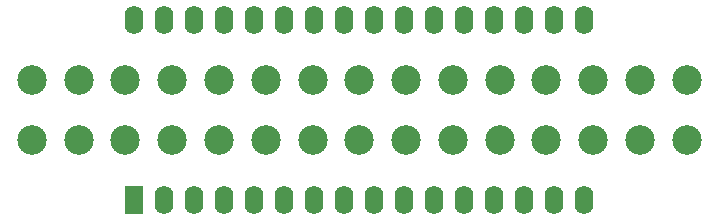
<source format=gbr>
%TF.GenerationSoftware,KiCad,Pcbnew,(6.0.9)*%
%TF.CreationDate,2023-08-23T16:46:46+02:00*%
%TF.ProjectId,p2000t-slot1-adapter-board,70323030-3074-42d7-936c-6f74312d6164,rev?*%
%TF.SameCoordinates,Original*%
%TF.FileFunction,Soldermask,Top*%
%TF.FilePolarity,Negative*%
%FSLAX46Y46*%
G04 Gerber Fmt 4.6, Leading zero omitted, Abs format (unit mm)*
G04 Created by KiCad (PCBNEW (6.0.9)) date 2023-08-23 16:46:46*
%MOMM*%
%LPD*%
G01*
G04 APERTURE LIST*
%ADD10C,2.500000*%
%ADD11R,1.600000X2.400000*%
%ADD12O,1.600000X2.400000*%
G04 APERTURE END LIST*
D10*
%TO.C,J2*%
X31762000Y-27432000D03*
X31762000Y-32512000D03*
X35722000Y-27432000D03*
X35722000Y-32512000D03*
X39682000Y-27432000D03*
X39682000Y-32512000D03*
X43642000Y-27432000D03*
X43642000Y-32512000D03*
X47602000Y-27432000D03*
X47602000Y-32512000D03*
X51562000Y-27432000D03*
X51562000Y-32512000D03*
X55522000Y-27432000D03*
X55522000Y-32512000D03*
X59482000Y-27432000D03*
X59482000Y-32512000D03*
X63442000Y-27432000D03*
X63442000Y-32512000D03*
X67402000Y-27432000D03*
X67402000Y-32512000D03*
X71362000Y-27432000D03*
X71362000Y-32512000D03*
X75322000Y-27432000D03*
X75322000Y-32512000D03*
X79282000Y-27432000D03*
X79282000Y-32512000D03*
X83242000Y-27432000D03*
X83242000Y-32512000D03*
X87202000Y-27432000D03*
X87202000Y-32512000D03*
%TD*%
D11*
%TO.C,J1*%
X40432000Y-37572000D03*
D12*
X42972000Y-37572000D03*
X45512000Y-37572000D03*
X48052000Y-37572000D03*
X50592000Y-37572000D03*
X53132000Y-37572000D03*
X55672000Y-37572000D03*
X58212000Y-37572000D03*
X60752000Y-37572000D03*
X63292000Y-37572000D03*
X65832000Y-37572000D03*
X68372000Y-37572000D03*
X70912000Y-37572000D03*
X73452000Y-37572000D03*
X75992000Y-37572000D03*
X78532000Y-37572000D03*
X78532000Y-22332000D03*
X75992000Y-22332000D03*
X73452000Y-22332000D03*
X70912000Y-22332000D03*
X68372000Y-22332000D03*
X65832000Y-22332000D03*
X63292000Y-22332000D03*
X60752000Y-22332000D03*
X58212000Y-22332000D03*
X55672000Y-22332000D03*
X53132000Y-22332000D03*
X50592000Y-22332000D03*
X48052000Y-22332000D03*
X45512000Y-22332000D03*
X42972000Y-22332000D03*
X40432000Y-22332000D03*
%TD*%
M02*

</source>
